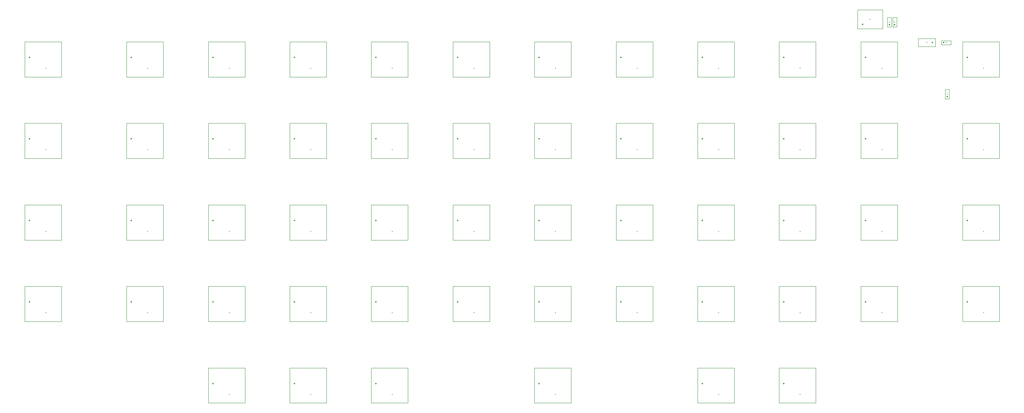
<source format=gbr>
%TF.GenerationSoftware,KiCad,Pcbnew,9.0.6*%
%TF.CreationDate,2026-01-13T21:59:34-05:00*%
%TF.ProjectId,60_keyboard,36305f6b-6579-4626-9f61-72642e6b6963,rev?*%
%TF.SameCoordinates,Original*%
%TF.FileFunction,Component,L1,Top*%
%TF.FilePolarity,Positive*%
%FSLAX46Y46*%
G04 Gerber Fmt 4.6, Leading zero omitted, Abs format (unit mm)*
G04 Created by KiCad (PCBNEW 9.0.6) date 2026-01-13 21:59:34*
%MOMM*%
%LPD*%
G01*
G04 APERTURE LIST*
%TA.AperFunction,ComponentMain*%
%ADD10C,0.300000*%
%TD*%
%TA.AperFunction,ComponentOutline,Footprint*%
%ADD11C,0.100000*%
%TD*%
%TA.AperFunction,ComponentPin*%
%ADD12P,0.360000X4X0.000000*%
%TD*%
%TA.AperFunction,ComponentPin*%
%ADD13C,0.100000*%
%TD*%
%TA.AperFunction,ComponentOutline,Courtyard*%
%ADD14C,0.100000*%
%TD*%
G04 APERTURE END LIST*
D10*
%TO.C,SW103*%
%TO.CFtp,CherryMX_1.00u*%
%TO.CVal,SW_MX*%
%TO.CLbN,Keyboard*%
%TO.CMnt,TH*%
%TO.CRot,0*%
X224000000Y-62500000D03*
D11*
X219090000Y-56320000D02*
X219090000Y-64500000D01*
X227640000Y-64500000D01*
X227640000Y-56320000D01*
X219090000Y-56320000D01*
D12*
%TO.P,SW103,1,1*%
X220190000Y-59960000D03*
D13*
%TO.P,SW103,*%
X224000000Y-62500000D03*
%TO.P,SW103,2,2*%
X226540000Y-57420000D03*
%TD*%
D10*
%TO.C,SW79*%
%TO.CFtp,CherryMX_1.00u*%
%TO.CVal,SW_MX*%
%TO.CLbN,Keyboard*%
%TO.CMnt,TH*%
%TO.CRot,0*%
X129000000Y-43500000D03*
D11*
X124090000Y-37320000D02*
X124090000Y-45500000D01*
X132640000Y-45500000D01*
X132640000Y-37320000D01*
X124090000Y-37320000D01*
D12*
%TO.P,SW79,1,1*%
X125190000Y-40960000D03*
D13*
%TO.P,SW79,*%
X129000000Y-43500000D03*
%TO.P,SW79,2,2*%
X131540000Y-38420000D03*
%TD*%
D10*
%TO.C,SW82*%
%TO.CFtp,CherryMX_1.00u*%
%TO.CVal,SW_MX*%
%TO.CLbN,Keyboard*%
%TO.CMnt,TH*%
%TO.CRot,0*%
X148000000Y-24500000D03*
D11*
X143090000Y-18320000D02*
X143090000Y-26500000D01*
X151640000Y-26500000D01*
X151640000Y-18320000D01*
X143090000Y-18320000D01*
D12*
%TO.P,SW82,1,1*%
X144190000Y-21960000D03*
D13*
%TO.P,SW82,*%
X148000000Y-24500000D03*
%TO.P,SW82,2,2*%
X150540000Y-19420000D03*
%TD*%
D10*
%TO.C,SW68*%
%TO.CFtp,CherryMX_1.00u*%
%TO.CVal,SW_MX*%
%TO.CLbN,Keyboard*%
%TO.CMnt,TH*%
%TO.CRot,0*%
X91000000Y-24500000D03*
D11*
X86090000Y-18320000D02*
X86090000Y-26500000D01*
X94640000Y-26500000D01*
X94640000Y-18320000D01*
X86090000Y-18320000D01*
D12*
%TO.P,SW68,1,1*%
X87190000Y-21960000D03*
D13*
%TO.P,SW68,*%
X91000000Y-24500000D03*
%TO.P,SW68,2,2*%
X93540000Y-19420000D03*
%TD*%
D10*
%TO.C,SW85*%
%TO.CFtp,CherryMX_1.00u*%
%TO.CVal,SW_MX*%
%TO.CLbN,Keyboard*%
%TO.CMnt,TH*%
%TO.CRot,0*%
X148000000Y-81500000D03*
D11*
X143090000Y-75320000D02*
X143090000Y-83500000D01*
X151640000Y-83500000D01*
X151640000Y-75320000D01*
X143090000Y-75320000D01*
D12*
%TO.P,SW85,1,1*%
X144190000Y-78960000D03*
D13*
%TO.P,SW85,*%
X148000000Y-81500000D03*
%TO.P,SW85,2,2*%
X150540000Y-76420000D03*
%TD*%
D10*
%TO.C,SW91*%
%TO.CFtp,CherryMX_1.00u*%
%TO.CVal,SW_MX*%
%TO.CLbN,Keyboard*%
%TO.CMnt,TH*%
%TO.CRot,0*%
X186000000Y-24500000D03*
D11*
X181090000Y-18320000D02*
X181090000Y-26500000D01*
X189640000Y-26500000D01*
X189640000Y-18320000D01*
X181090000Y-18320000D01*
D12*
%TO.P,SW91,1,1*%
X182190000Y-21960000D03*
D13*
%TO.P,SW91,*%
X186000000Y-24500000D03*
%TO.P,SW91,2,2*%
X188540000Y-19420000D03*
%TD*%
D10*
%TO.C,R6*%
%TO.CFtp,R_0402_1005Metric_Pad0.72x0.64mm_HandSolder*%
%TO.CVal,10k*%
%TO.CLbN,Resistor_SMD*%
%TO.CMnt,SMD*%
%TO.CRot,90*%
X227000000Y-13750000D03*
D14*
X227465000Y-12645000D02*
X227465000Y-14855000D01*
X226535000Y-14855000D01*
X226535000Y-12645000D01*
X227465000Y-12645000D01*
D12*
%TO.P,R6,1*%
X227000000Y-14347500D03*
D13*
%TO.P,R6,2*%
X227000000Y-13152500D03*
%TD*%
D10*
%TO.C,SW59*%
%TO.CFtp,CherryMX_1.00u*%
%TO.CVal,SW_MX*%
%TO.CLbN,Keyboard*%
%TO.CMnt,TH*%
%TO.CRot,0*%
X53000000Y-24500000D03*
D11*
X48090000Y-18320000D02*
X48090000Y-26500000D01*
X56640000Y-26500000D01*
X56640000Y-18320000D01*
X48090000Y-18320000D01*
D12*
%TO.P,SW59,1,1*%
X49190000Y-21960000D03*
D13*
%TO.P,SW59,*%
X53000000Y-24500000D03*
%TO.P,SW59,2,2*%
X55540000Y-19420000D03*
%TD*%
D10*
%TO.C,SW86*%
%TO.CFtp,CherryMX_3.00u*%
%TO.CVal,SW_MX*%
%TO.CLbN,Keyboard*%
%TO.CMnt,TH*%
%TO.CRot,0*%
X148000000Y-100500000D03*
D11*
X143090000Y-94320000D02*
X143090000Y-102500000D01*
X151640000Y-102500000D01*
X151640000Y-94320000D01*
X143090000Y-94320000D01*
D12*
%TO.P,SW86,1,1*%
X144190000Y-97960000D03*
D13*
%TO.P,SW86,*%
X148000000Y-100500000D03*
%TO.P,SW86,2,2*%
X150540000Y-95420000D03*
%TD*%
D10*
%TO.C,SW76*%
%TO.CFtp,CherryMX_1.00u*%
%TO.CVal,SW_MX*%
%TO.CLbN,Keyboard*%
%TO.CMnt,TH*%
%TO.CRot,0*%
X110000000Y-81500000D03*
D11*
X105090000Y-75320000D02*
X105090000Y-83500000D01*
X113640000Y-83500000D01*
X113640000Y-75320000D01*
X105090000Y-75320000D01*
D12*
%TO.P,SW76,1,1*%
X106190000Y-78960000D03*
D13*
%TO.P,SW76,*%
X110000000Y-81500000D03*
%TO.P,SW76,2,2*%
X112540000Y-76420000D03*
%TD*%
D10*
%TO.C,SW97*%
%TO.CFtp,CherryMX_1.00u*%
%TO.CVal,SW_MX*%
%TO.CLbN,Keyboard*%
%TO.CMnt,TH*%
%TO.CRot,0*%
X205000000Y-43500000D03*
D11*
X200090000Y-37320000D02*
X200090000Y-45500000D01*
X208640000Y-45500000D01*
X208640000Y-37320000D01*
X200090000Y-37320000D01*
D12*
%TO.P,SW97,1,1*%
X201190000Y-40960000D03*
D13*
%TO.P,SW97,*%
X205000000Y-43500000D03*
%TO.P,SW97,2,2*%
X207540000Y-38420000D03*
%TD*%
D10*
%TO.C,SW99*%
%TO.CFtp,CherryMX_1.00u*%
%TO.CVal,SW_MX*%
%TO.CLbN,Keyboard*%
%TO.CMnt,TH*%
%TO.CRot,0*%
X205000000Y-81500000D03*
D11*
X200090000Y-75320000D02*
X200090000Y-83500000D01*
X208640000Y-83500000D01*
X208640000Y-75320000D01*
X200090000Y-75320000D01*
D12*
%TO.P,SW99,1,1*%
X201190000Y-78960000D03*
D13*
%TO.P,SW99,*%
X205000000Y-81500000D03*
%TO.P,SW99,2,2*%
X207540000Y-76420000D03*
%TD*%
D10*
%TO.C,SW106*%
%TO.CFtp,CherryMX_1.50u*%
%TO.CVal,SW_MX*%
%TO.CLbN,Keyboard*%
%TO.CMnt,TH*%
%TO.CRot,0*%
X247750000Y-43500000D03*
D11*
X242840000Y-37320000D02*
X242840000Y-45500000D01*
X251390000Y-45500000D01*
X251390000Y-37320000D01*
X242840000Y-37320000D01*
D12*
%TO.P,SW106,1,1*%
X243940000Y-40960000D03*
D13*
%TO.P,SW106,*%
X247750000Y-43500000D03*
%TO.P,SW106,2,2*%
X250290000Y-38420000D03*
%TD*%
D10*
%TO.C,SW58*%
%TO.CFtp,CherryMX_1.50u*%
%TO.CVal,SW_MX*%
%TO.CLbN,Keyboard*%
%TO.CMnt,TH*%
%TO.CRot,0*%
X29250000Y-81500000D03*
D11*
X24340000Y-75320000D02*
X24340000Y-83500000D01*
X32890000Y-83500000D01*
X32890000Y-75320000D01*
X24340000Y-75320000D01*
D12*
%TO.P,SW58,1,1*%
X25440000Y-78960000D03*
D13*
%TO.P,SW58,*%
X29250000Y-81500000D03*
%TO.P,SW58,2,2*%
X31790000Y-76420000D03*
%TD*%
D10*
%TO.C,SW83*%
%TO.CFtp,CherryMX_1.00u*%
%TO.CVal,SW_MX*%
%TO.CLbN,Keyboard*%
%TO.CMnt,TH*%
%TO.CRot,0*%
X148000000Y-43500000D03*
D11*
X143090000Y-37320000D02*
X143090000Y-45500000D01*
X151640000Y-45500000D01*
X151640000Y-37320000D01*
X143090000Y-37320000D01*
D12*
%TO.P,SW83,1,1*%
X144190000Y-40960000D03*
D13*
%TO.P,SW83,*%
X148000000Y-43500000D03*
%TO.P,SW83,2,2*%
X150540000Y-38420000D03*
%TD*%
D10*
%TO.C,SW100*%
%TO.CFtp,CherryMX_1.00u*%
%TO.CVal,SW_MX*%
%TO.CLbN,Keyboard*%
%TO.CMnt,TH*%
%TO.CRot,0*%
X205000000Y-100500000D03*
D11*
X200090000Y-94320000D02*
X200090000Y-102500000D01*
X208640000Y-102500000D01*
X208640000Y-94320000D01*
X200090000Y-94320000D01*
D12*
%TO.P,SW100,1,1*%
X201190000Y-97960000D03*
D13*
%TO.P,SW100,*%
X205000000Y-100500000D03*
%TO.P,SW100,2,2*%
X207540000Y-95420000D03*
%TD*%
D10*
%TO.C,SW55*%
%TO.CFtp,CherryMX_1.50u*%
%TO.CVal,SW_MX*%
%TO.CLbN,Keyboard*%
%TO.CMnt,TH*%
%TO.CRot,0*%
X29250000Y-24500000D03*
D11*
X24340000Y-18320000D02*
X24340000Y-26500000D01*
X32890000Y-26500000D01*
X32890000Y-18320000D01*
X24340000Y-18320000D01*
D12*
%TO.P,SW55,1,1*%
X25440000Y-21960000D03*
D13*
%TO.P,SW55,*%
X29250000Y-24500000D03*
%TO.P,SW55,2,2*%
X31790000Y-19420000D03*
%TD*%
D10*
%TO.C,SW107*%
%TO.CFtp,CherryMX_1.50u*%
%TO.CVal,SW_MX*%
%TO.CLbN,Keyboard*%
%TO.CMnt,TH*%
%TO.CRot,0*%
X247750000Y-62500000D03*
D11*
X242840000Y-56320000D02*
X242840000Y-64500000D01*
X251390000Y-64500000D01*
X251390000Y-56320000D01*
X242840000Y-56320000D01*
D12*
%TO.P,SW107,1,1*%
X243940000Y-59960000D03*
D13*
%TO.P,SW107,*%
X247750000Y-62500000D03*
%TO.P,SW107,2,2*%
X250290000Y-57420000D03*
%TD*%
D10*
%TO.C,D4*%
%TO.CFtp,D_SOD-323_HandSoldering*%
%TO.CVal,D_TVS*%
%TO.CLbN,Diode_SMD*%
%TO.CMnt,SMD*%
%TO.CRot,180*%
X234500000Y-18500000D03*
D14*
X236495000Y-17555000D02*
X236495000Y-19445000D01*
X232505000Y-19445000D01*
X232505000Y-17555000D01*
X236495000Y-17555000D01*
D12*
%TO.P,D4,1,A1*%
X235750000Y-18500000D03*
D13*
%TO.P,D4,2,A2*%
X233250000Y-18500000D03*
%TD*%
D10*
%TO.C,SW1*%
%TO.CFtp,Nidec_Copal_CAS-120A*%
%TO.CVal,SW_Nidec_CAS-120A1*%
%TO.CLbN,Button_Switch_SMD*%
%TO.CMnt,SMD*%
%TO.CRot,90*%
X221250000Y-13100000D03*
D14*
X224195000Y-10905000D02*
X224195000Y-15295000D01*
X218305000Y-15295000D01*
X218305000Y-10905000D01*
X224195000Y-10905000D01*
D12*
%TO.P,SW1,1,C*%
X219500000Y-14250000D03*
D13*
%TO.P,SW1,2,B*%
X221250000Y-11950000D03*
%TO.P,SW1,3,A*%
X223000000Y-14250000D03*
%TD*%
D10*
%TO.C,SW72*%
%TO.CFtp,CherryMX_1.00u*%
%TO.CVal,SW_MX*%
%TO.CLbN,Keyboard*%
%TO.CMnt,TH*%
%TO.CRot,0*%
X91000000Y-100500000D03*
D11*
X86090000Y-94320000D02*
X86090000Y-102500000D01*
X94640000Y-102500000D01*
X94640000Y-94320000D01*
X86090000Y-94320000D01*
D12*
%TO.P,SW72,1,1*%
X87190000Y-97960000D03*
D13*
%TO.P,SW72,*%
X91000000Y-100500000D03*
%TO.P,SW72,2,2*%
X93540000Y-95420000D03*
%TD*%
D10*
%TO.C,SW56*%
%TO.CFtp,CherryMX_1.50u*%
%TO.CVal,SW_MX*%
%TO.CLbN,Keyboard*%
%TO.CMnt,TH*%
%TO.CRot,0*%
X29250000Y-43500000D03*
D11*
X24340000Y-37320000D02*
X24340000Y-45500000D01*
X32890000Y-45500000D01*
X32890000Y-37320000D01*
X24340000Y-37320000D01*
D12*
%TO.P,SW56,1,1*%
X25440000Y-40960000D03*
D13*
%TO.P,SW56,*%
X29250000Y-43500000D03*
%TO.P,SW56,2,2*%
X31790000Y-38420000D03*
%TD*%
D10*
%TO.C,SW93*%
%TO.CFtp,CherryMX_1.00u*%
%TO.CVal,SW_MX*%
%TO.CLbN,Keyboard*%
%TO.CMnt,TH*%
%TO.CRot,0*%
X186000000Y-62540000D03*
D11*
X181090000Y-56360000D02*
X181090000Y-64540000D01*
X189640000Y-64540000D01*
X189640000Y-56360000D01*
X181090000Y-56360000D01*
D12*
%TO.P,SW93,1,1*%
X182190000Y-60000000D03*
D13*
%TO.P,SW93,*%
X186000000Y-62540000D03*
%TO.P,SW93,2,2*%
X188540000Y-57460000D03*
%TD*%
D10*
%TO.C,SW66*%
%TO.CFtp,CherryMX_1.00u*%
%TO.CVal,SW_MX*%
%TO.CLbN,Keyboard*%
%TO.CMnt,TH*%
%TO.CRot,0*%
X72000000Y-81500000D03*
D11*
X67090000Y-75320000D02*
X67090000Y-83500000D01*
X75640000Y-83500000D01*
X75640000Y-75320000D01*
X67090000Y-75320000D01*
D12*
%TO.P,SW66,1,1*%
X68190000Y-78960000D03*
D13*
%TO.P,SW66,*%
X72000000Y-81500000D03*
%TO.P,SW66,2,2*%
X74540000Y-76420000D03*
%TD*%
D10*
%TO.C,SW81*%
%TO.CFtp,CherryMX_1.00u*%
%TO.CVal,SW_MX*%
%TO.CLbN,Keyboard*%
%TO.CMnt,TH*%
%TO.CRot,0*%
X129000000Y-81500000D03*
D11*
X124090000Y-75320000D02*
X124090000Y-83500000D01*
X132640000Y-83500000D01*
X132640000Y-75320000D01*
X124090000Y-75320000D01*
D12*
%TO.P,SW81,1,1*%
X125190000Y-78960000D03*
D13*
%TO.P,SW81,*%
X129000000Y-81500000D03*
%TO.P,SW81,2,2*%
X131540000Y-76420000D03*
%TD*%
D10*
%TO.C,SW92*%
%TO.CFtp,CherryMX_1.00u*%
%TO.CVal,SW_MX*%
%TO.CLbN,Keyboard*%
%TO.CMnt,TH*%
%TO.CRot,0*%
X186000000Y-43500000D03*
D11*
X181090000Y-37320000D02*
X181090000Y-45500000D01*
X189640000Y-45500000D01*
X189640000Y-37320000D01*
X181090000Y-37320000D01*
D12*
%TO.P,SW92,1,1*%
X182190000Y-40960000D03*
D13*
%TO.P,SW92,*%
X186000000Y-43500000D03*
%TO.P,SW92,2,2*%
X188540000Y-38420000D03*
%TD*%
D10*
%TO.C,SW64*%
%TO.CFtp,CherryMX_1.00u*%
%TO.CVal,SW_MX*%
%TO.CLbN,Keyboard*%
%TO.CMnt,TH*%
%TO.CRot,0*%
X72000000Y-43500000D03*
D11*
X67090000Y-37320000D02*
X67090000Y-45500000D01*
X75640000Y-45500000D01*
X75640000Y-37320000D01*
X67090000Y-37320000D01*
D12*
%TO.P,SW64,1,1*%
X68190000Y-40960000D03*
D13*
%TO.P,SW64,*%
X72000000Y-43500000D03*
%TO.P,SW64,2,2*%
X74540000Y-38420000D03*
%TD*%
D10*
%TO.C,SW95*%
%TO.CFtp,CherryMX_1.00u*%
%TO.CVal,SW_MX*%
%TO.CLbN,Keyboard*%
%TO.CMnt,TH*%
%TO.CRot,0*%
X186000000Y-100500000D03*
D11*
X181090000Y-94320000D02*
X181090000Y-102500000D01*
X189640000Y-102500000D01*
X189640000Y-94320000D01*
X181090000Y-94320000D01*
D12*
%TO.P,SW95,1,1*%
X182190000Y-97960000D03*
D13*
%TO.P,SW95,*%
X186000000Y-100500000D03*
%TO.P,SW95,2,2*%
X188540000Y-95420000D03*
%TD*%
D10*
%TO.C,SW94*%
%TO.CFtp,CherryMX_1.00u*%
%TO.CVal,SW_MX*%
%TO.CLbN,Keyboard*%
%TO.CMnt,TH*%
%TO.CRot,0*%
X186000000Y-81500000D03*
D11*
X181090000Y-75320000D02*
X181090000Y-83500000D01*
X189640000Y-83500000D01*
X189640000Y-75320000D01*
X181090000Y-75320000D01*
D12*
%TO.P,SW94,1,1*%
X182190000Y-78960000D03*
D13*
%TO.P,SW94,*%
X186000000Y-81500000D03*
%TO.P,SW94,2,2*%
X188540000Y-76420000D03*
%TD*%
D10*
%TO.C,SW105*%
%TO.CFtp,CherryMX_1.50u*%
%TO.CVal,SW_MX*%
%TO.CLbN,Keyboard*%
%TO.CMnt,TH*%
%TO.CRot,0*%
X247750000Y-24500000D03*
D11*
X242840000Y-18320000D02*
X242840000Y-26500000D01*
X251390000Y-26500000D01*
X251390000Y-18320000D01*
X242840000Y-18320000D01*
D12*
%TO.P,SW105,1,1*%
X243940000Y-21960000D03*
D13*
%TO.P,SW105,*%
X247750000Y-24500000D03*
%TO.P,SW105,2,2*%
X250290000Y-19420000D03*
%TD*%
D10*
%TO.C,SW108*%
%TO.CFtp,CherryMX_1.50u*%
%TO.CVal,SW_MX*%
%TO.CLbN,Keyboard*%
%TO.CMnt,TH*%
%TO.CRot,0*%
X247750000Y-81500000D03*
D11*
X242840000Y-75320000D02*
X242840000Y-83500000D01*
X251390000Y-83500000D01*
X251390000Y-75320000D01*
X242840000Y-75320000D01*
D12*
%TO.P,SW108,1,1*%
X243940000Y-78960000D03*
D13*
%TO.P,SW108,*%
X247750000Y-81500000D03*
%TO.P,SW108,2,2*%
X250290000Y-76420000D03*
%TD*%
D10*
%TO.C,SW60*%
%TO.CFtp,CherryMX_1.00u*%
%TO.CVal,SW_MX*%
%TO.CLbN,Keyboard*%
%TO.CMnt,TH*%
%TO.CRot,0*%
X53000000Y-43500000D03*
D11*
X48090000Y-37320000D02*
X48090000Y-45500000D01*
X56640000Y-45500000D01*
X56640000Y-37320000D01*
X48090000Y-37320000D01*
D12*
%TO.P,SW60,1,1*%
X49190000Y-40960000D03*
D13*
%TO.P,SW60,*%
X53000000Y-43500000D03*
%TO.P,SW60,2,2*%
X55540000Y-38420000D03*
%TD*%
D10*
%TO.C,SW69*%
%TO.CFtp,CherryMX_1.00u*%
%TO.CVal,SW_MX*%
%TO.CLbN,Keyboard*%
%TO.CMnt,TH*%
%TO.CRot,0*%
X91000000Y-43500000D03*
D11*
X86090000Y-37320000D02*
X86090000Y-45500000D01*
X94640000Y-45500000D01*
X94640000Y-37320000D01*
X86090000Y-37320000D01*
D12*
%TO.P,SW69,1,1*%
X87190000Y-40960000D03*
D13*
%TO.P,SW69,*%
X91000000Y-43500000D03*
%TO.P,SW69,2,2*%
X93540000Y-38420000D03*
%TD*%
D10*
%TO.C,SW63*%
%TO.CFtp,CherryMX_1.00u*%
%TO.CVal,SW_MX*%
%TO.CLbN,Keyboard*%
%TO.CMnt,TH*%
%TO.CRot,0*%
X72000000Y-24500000D03*
D11*
X67090000Y-18320000D02*
X67090000Y-26500000D01*
X75640000Y-26500000D01*
X75640000Y-18320000D01*
X67090000Y-18320000D01*
D12*
%TO.P,SW63,1,1*%
X68190000Y-21960000D03*
D13*
%TO.P,SW63,*%
X72000000Y-24500000D03*
%TO.P,SW63,2,2*%
X74540000Y-19420000D03*
%TD*%
D10*
%TO.C,SW78*%
%TO.CFtp,CherryMX_1.00u*%
%TO.CVal,SW_MX*%
%TO.CLbN,Keyboard*%
%TO.CMnt,TH*%
%TO.CRot,0*%
X129000000Y-24500000D03*
D11*
X124090000Y-18320000D02*
X124090000Y-26500000D01*
X132640000Y-26500000D01*
X132640000Y-18320000D01*
X124090000Y-18320000D01*
D12*
%TO.P,SW78,1,1*%
X125190000Y-21960000D03*
D13*
%TO.P,SW78,*%
X129000000Y-24500000D03*
%TO.P,SW78,2,2*%
X131540000Y-19420000D03*
%TD*%
D10*
%TO.C,SW80*%
%TO.CFtp,CherryMX_1.00u*%
%TO.CVal,SW_MX*%
%TO.CLbN,Keyboard*%
%TO.CMnt,TH*%
%TO.CRot,0*%
X129000000Y-62500000D03*
D11*
X124090000Y-56320000D02*
X124090000Y-64500000D01*
X132640000Y-64500000D01*
X132640000Y-56320000D01*
X124090000Y-56320000D01*
D12*
%TO.P,SW80,1,1*%
X125190000Y-59960000D03*
D13*
%TO.P,SW80,*%
X129000000Y-62500000D03*
%TO.P,SW80,2,2*%
X131540000Y-57420000D03*
%TD*%
D10*
%TO.C,SW96*%
%TO.CFtp,CherryMX_1.00u*%
%TO.CVal,SW_MX*%
%TO.CLbN,Keyboard*%
%TO.CMnt,TH*%
%TO.CRot,0*%
X205000000Y-24500000D03*
D11*
X200090000Y-18320000D02*
X200090000Y-26500000D01*
X208640000Y-26500000D01*
X208640000Y-18320000D01*
X200090000Y-18320000D01*
D12*
%TO.P,SW96,1,1*%
X201190000Y-21960000D03*
D13*
%TO.P,SW96,*%
X205000000Y-24500000D03*
%TO.P,SW96,2,2*%
X207540000Y-19420000D03*
%TD*%
D10*
%TO.C,SW101*%
%TO.CFtp,CherryMX_1.00u*%
%TO.CVal,SW_MX*%
%TO.CLbN,Keyboard*%
%TO.CMnt,TH*%
%TO.CRot,0*%
X224000000Y-24500000D03*
D11*
X219090000Y-18320000D02*
X219090000Y-26500000D01*
X227640000Y-26500000D01*
X227640000Y-18320000D01*
X219090000Y-18320000D01*
D12*
%TO.P,SW101,1,1*%
X220190000Y-21960000D03*
D13*
%TO.P,SW101,*%
X224000000Y-24500000D03*
%TO.P,SW101,2,2*%
X226540000Y-19420000D03*
%TD*%
D10*
%TO.C,SW67*%
%TO.CFtp,CherryMX_1.00u*%
%TO.CVal,SW_MX*%
%TO.CLbN,Keyboard*%
%TO.CMnt,TH*%
%TO.CRot,0*%
X72000000Y-100500000D03*
D11*
X67090000Y-94320000D02*
X67090000Y-102500000D01*
X75640000Y-102500000D01*
X75640000Y-94320000D01*
X67090000Y-94320000D01*
D12*
%TO.P,SW67,1,1*%
X68190000Y-97960000D03*
D13*
%TO.P,SW67,*%
X72000000Y-100500000D03*
%TO.P,SW67,2,2*%
X74540000Y-95420000D03*
%TD*%
D10*
%TO.C,SW90*%
%TO.CFtp,CherryMX_1.00u*%
%TO.CVal,SW_MX*%
%TO.CLbN,Keyboard*%
%TO.CMnt,TH*%
%TO.CRot,0*%
X167000000Y-81500000D03*
D11*
X162090000Y-75320000D02*
X162090000Y-83500000D01*
X170640000Y-83500000D01*
X170640000Y-75320000D01*
X162090000Y-75320000D01*
D12*
%TO.P,SW90,1,1*%
X163190000Y-78960000D03*
D13*
%TO.P,SW90,*%
X167000000Y-81500000D03*
%TO.P,SW90,2,2*%
X169540000Y-76420000D03*
%TD*%
D10*
%TO.C,SW102*%
%TO.CFtp,CherryMX_1.00u*%
%TO.CVal,SW_MX*%
%TO.CLbN,Keyboard*%
%TO.CMnt,TH*%
%TO.CRot,0*%
X224000000Y-43500000D03*
D11*
X219090000Y-37320000D02*
X219090000Y-45500000D01*
X227640000Y-45500000D01*
X227640000Y-37320000D01*
X219090000Y-37320000D01*
D12*
%TO.P,SW102,1,1*%
X220190000Y-40960000D03*
D13*
%TO.P,SW102,*%
X224000000Y-43500000D03*
%TO.P,SW102,2,2*%
X226540000Y-38420000D03*
%TD*%
D10*
%TO.C,SW70*%
%TO.CFtp,CherryMX_1.00u*%
%TO.CVal,SW_MX*%
%TO.CLbN,Keyboard*%
%TO.CMnt,TH*%
%TO.CRot,0*%
X91000000Y-62500000D03*
D11*
X86090000Y-56320000D02*
X86090000Y-64500000D01*
X94640000Y-64500000D01*
X94640000Y-56320000D01*
X86090000Y-56320000D01*
D12*
%TO.P,SW70,1,1*%
X87190000Y-59960000D03*
D13*
%TO.P,SW70,*%
X91000000Y-62500000D03*
%TO.P,SW70,2,2*%
X93540000Y-57420000D03*
%TD*%
D10*
%TO.C,R1*%
%TO.CFtp,R_0402_1005Metric_Pad0.72x0.64mm_HandSolder*%
%TO.CVal,5.1K*%
%TO.CLbN,Resistor_SMD*%
%TO.CMnt,SMD*%
%TO.CRot,0*%
X239000000Y-18500000D03*
D14*
X240105000Y-18035000D02*
X240105000Y-18965000D01*
X237895000Y-18965000D01*
X237895000Y-18035000D01*
X240105000Y-18035000D01*
D12*
%TO.P,R1,1*%
X238402500Y-18500000D03*
D13*
%TO.P,R1,2*%
X239597500Y-18500000D03*
%TD*%
D10*
%TO.C,SW65*%
%TO.CFtp,CherryMX_1.00u*%
%TO.CVal,SW_MX*%
%TO.CLbN,Keyboard*%
%TO.CMnt,TH*%
%TO.CRot,0*%
X72000000Y-62500000D03*
D11*
X67090000Y-56320000D02*
X67090000Y-64500000D01*
X75640000Y-64500000D01*
X75640000Y-56320000D01*
X67090000Y-56320000D01*
D12*
%TO.P,SW65,1,1*%
X68190000Y-59960000D03*
D13*
%TO.P,SW65,*%
X72000000Y-62500000D03*
%TO.P,SW65,2,2*%
X74540000Y-57420000D03*
%TD*%
D10*
%TO.C,SW77*%
%TO.CFtp,CherryMX_1.00u*%
%TO.CVal,SW_MX*%
%TO.CLbN,Keyboard*%
%TO.CMnt,TH*%
%TO.CRot,0*%
X110000000Y-100500000D03*
D11*
X105090000Y-94320000D02*
X105090000Y-102500000D01*
X113640000Y-102500000D01*
X113640000Y-94320000D01*
X105090000Y-94320000D01*
D12*
%TO.P,SW77,1,1*%
X106190000Y-97960000D03*
D13*
%TO.P,SW77,*%
X110000000Y-100500000D03*
%TO.P,SW77,2,2*%
X112540000Y-95420000D03*
%TD*%
D10*
%TO.C,SW98*%
%TO.CFtp,CherryMX_1.00u*%
%TO.CVal,SW_MX*%
%TO.CLbN,Keyboard*%
%TO.CMnt,TH*%
%TO.CRot,0*%
X205000000Y-62500000D03*
D11*
X200090000Y-56320000D02*
X200090000Y-64500000D01*
X208640000Y-64500000D01*
X208640000Y-56320000D01*
X200090000Y-56320000D01*
D12*
%TO.P,SW98,1,1*%
X201190000Y-59960000D03*
D13*
%TO.P,SW98,*%
X205000000Y-62500000D03*
%TO.P,SW98,2,2*%
X207540000Y-57420000D03*
%TD*%
D10*
%TO.C,R5*%
%TO.CFtp,R_0402_1005Metric_Pad0.72x0.64mm_HandSolder*%
%TO.CVal,10k*%
%TO.CLbN,Resistor_SMD*%
%TO.CMnt,SMD*%
%TO.CRot,90*%
X225750000Y-13750000D03*
D14*
X226215000Y-12645000D02*
X226215000Y-14855000D01*
X225285000Y-14855000D01*
X225285000Y-12645000D01*
X226215000Y-12645000D01*
D12*
%TO.P,R5,1*%
X225750000Y-14347500D03*
D13*
%TO.P,R5,2*%
X225750000Y-13152500D03*
%TD*%
D10*
%TO.C,SW89*%
%TO.CFtp,CherryMX_1.00u*%
%TO.CVal,SW_MX*%
%TO.CLbN,Keyboard*%
%TO.CMnt,TH*%
%TO.CRot,0*%
X167000000Y-62500000D03*
D11*
X162090000Y-56320000D02*
X162090000Y-64500000D01*
X170640000Y-64500000D01*
X170640000Y-56320000D01*
X162090000Y-56320000D01*
D12*
%TO.P,SW89,1,1*%
X163190000Y-59960000D03*
D13*
%TO.P,SW89,*%
X167000000Y-62500000D03*
%TO.P,SW89,2,2*%
X169540000Y-57420000D03*
%TD*%
D10*
%TO.C,SW61*%
%TO.CFtp,CherryMX_1.00u*%
%TO.CVal,SW_MX*%
%TO.CLbN,Keyboard*%
%TO.CMnt,TH*%
%TO.CRot,0*%
X53000000Y-62500000D03*
D11*
X48090000Y-56320000D02*
X48090000Y-64500000D01*
X56640000Y-64500000D01*
X56640000Y-56320000D01*
X48090000Y-56320000D01*
D12*
%TO.P,SW61,1,1*%
X49190000Y-59960000D03*
D13*
%TO.P,SW61,*%
X53000000Y-62500000D03*
%TO.P,SW61,2,2*%
X55540000Y-57420000D03*
%TD*%
D10*
%TO.C,SW74*%
%TO.CFtp,CherryMX_1.00u*%
%TO.CVal,SW_MX*%
%TO.CLbN,Keyboard*%
%TO.CMnt,TH*%
%TO.CRot,0*%
X110000000Y-43500000D03*
D11*
X105090000Y-37320000D02*
X105090000Y-45500000D01*
X113640000Y-45500000D01*
X113640000Y-37320000D01*
X105090000Y-37320000D01*
D12*
%TO.P,SW74,1,1*%
X106190000Y-40960000D03*
D13*
%TO.P,SW74,*%
X110000000Y-43500000D03*
%TO.P,SW74,2,2*%
X112540000Y-38420000D03*
%TD*%
D10*
%TO.C,SW57*%
%TO.CFtp,CherryMX_1.50u*%
%TO.CVal,SW_MX*%
%TO.CLbN,Keyboard*%
%TO.CMnt,TH*%
%TO.CRot,0*%
X29250000Y-62500000D03*
D11*
X24340000Y-56320000D02*
X24340000Y-64500000D01*
X32890000Y-64500000D01*
X32890000Y-56320000D01*
X24340000Y-56320000D01*
D12*
%TO.P,SW57,1,1*%
X25440000Y-59960000D03*
D13*
%TO.P,SW57,*%
X29250000Y-62500000D03*
%TO.P,SW57,2,2*%
X31790000Y-57420000D03*
%TD*%
D10*
%TO.C,SW84*%
%TO.CFtp,CherryMX_1.00u*%
%TO.CVal,SW_MX*%
%TO.CLbN,Keyboard*%
%TO.CMnt,TH*%
%TO.CRot,0*%
X148000000Y-62500000D03*
D11*
X143090000Y-56320000D02*
X143090000Y-64500000D01*
X151640000Y-64500000D01*
X151640000Y-56320000D01*
X143090000Y-56320000D01*
D12*
%TO.P,SW84,1,1*%
X144190000Y-59960000D03*
D13*
%TO.P,SW84,*%
X148000000Y-62500000D03*
%TO.P,SW84,2,2*%
X150540000Y-57420000D03*
%TD*%
D10*
%TO.C,SW73*%
%TO.CFtp,CherryMX_1.00u*%
%TO.CVal,SW_MX*%
%TO.CLbN,Keyboard*%
%TO.CMnt,TH*%
%TO.CRot,0*%
X110000000Y-24500000D03*
D11*
X105090000Y-18320000D02*
X105090000Y-26500000D01*
X113640000Y-26500000D01*
X113640000Y-18320000D01*
X105090000Y-18320000D01*
D12*
%TO.P,SW73,1,1*%
X106190000Y-21960000D03*
D13*
%TO.P,SW73,*%
X110000000Y-24500000D03*
%TO.P,SW73,2,2*%
X112540000Y-19420000D03*
%TD*%
D10*
%TO.C,SW104*%
%TO.CFtp,CherryMX_1.00u*%
%TO.CVal,SW_MX*%
%TO.CLbN,Keyboard*%
%TO.CMnt,TH*%
%TO.CRot,0*%
X224000000Y-81500000D03*
D11*
X219090000Y-75320000D02*
X219090000Y-83500000D01*
X227640000Y-83500000D01*
X227640000Y-75320000D01*
X219090000Y-75320000D01*
D12*
%TO.P,SW104,1,1*%
X220190000Y-78960000D03*
D13*
%TO.P,SW104,*%
X224000000Y-81500000D03*
%TO.P,SW104,2,2*%
X226540000Y-76420000D03*
%TD*%
D10*
%TO.C,SW87*%
%TO.CFtp,CherryMX_1.00u*%
%TO.CVal,SW_MX*%
%TO.CLbN,Keyboard*%
%TO.CMnt,TH*%
%TO.CRot,0*%
X167000000Y-24500000D03*
D11*
X162090000Y-18320000D02*
X162090000Y-26500000D01*
X170640000Y-26500000D01*
X170640000Y-18320000D01*
X162090000Y-18320000D01*
D12*
%TO.P,SW87,1,1*%
X163190000Y-21960000D03*
D13*
%TO.P,SW87,*%
X167000000Y-24500000D03*
%TO.P,SW87,2,2*%
X169540000Y-19420000D03*
%TD*%
D10*
%TO.C,SW62*%
%TO.CFtp,CherryMX_1.00u*%
%TO.CVal,SW_MX*%
%TO.CLbN,Keyboard*%
%TO.CMnt,TH*%
%TO.CRot,0*%
X53000000Y-81500000D03*
D11*
X48090000Y-75320000D02*
X48090000Y-83500000D01*
X56640000Y-83500000D01*
X56640000Y-75320000D01*
X48090000Y-75320000D01*
D12*
%TO.P,SW62,1,1*%
X49190000Y-78960000D03*
D13*
%TO.P,SW62,*%
X53000000Y-81500000D03*
%TO.P,SW62,2,2*%
X55540000Y-76420000D03*
%TD*%
D10*
%TO.C,R4*%
%TO.CFtp,R_0402_1005Metric_Pad0.72x0.64mm_HandSolder*%
%TO.CVal,10k*%
%TO.CLbN,Resistor_SMD*%
%TO.CMnt,SMD*%
%TO.CRot,90*%
X239250000Y-30500000D03*
D14*
X239715000Y-29395000D02*
X239715000Y-31605000D01*
X238785000Y-31605000D01*
X238785000Y-29395000D01*
X239715000Y-29395000D01*
D12*
%TO.P,R4,1*%
X239250000Y-31097500D03*
D13*
%TO.P,R4,2*%
X239250000Y-29902500D03*
%TD*%
D10*
%TO.C,SW88*%
%TO.CFtp,CherryMX_1.00u*%
%TO.CVal,SW_MX*%
%TO.CLbN,Keyboard*%
%TO.CMnt,TH*%
%TO.CRot,0*%
X167000000Y-43500000D03*
D11*
X162090000Y-37320000D02*
X162090000Y-45500000D01*
X170640000Y-45500000D01*
X170640000Y-37320000D01*
X162090000Y-37320000D01*
D12*
%TO.P,SW88,1,1*%
X163190000Y-40960000D03*
D13*
%TO.P,SW88,*%
X167000000Y-43500000D03*
%TO.P,SW88,2,2*%
X169540000Y-38420000D03*
%TD*%
D10*
%TO.C,SW75*%
%TO.CFtp,CherryMX_1.00u*%
%TO.CVal,SW_MX*%
%TO.CLbN,Keyboard*%
%TO.CMnt,TH*%
%TO.CRot,0*%
X110000000Y-62500000D03*
D11*
X105090000Y-56320000D02*
X105090000Y-64500000D01*
X113640000Y-64500000D01*
X113640000Y-56320000D01*
X105090000Y-56320000D01*
D12*
%TO.P,SW75,1,1*%
X106190000Y-59960000D03*
D13*
%TO.P,SW75,*%
X110000000Y-62500000D03*
%TO.P,SW75,2,2*%
X112540000Y-57420000D03*
%TD*%
D10*
%TO.C,SW71*%
%TO.CFtp,CherryMX_1.00u*%
%TO.CVal,SW_MX*%
%TO.CLbN,Keyboard*%
%TO.CMnt,TH*%
%TO.CRot,0*%
X91000000Y-81500000D03*
D11*
X86090000Y-75320000D02*
X86090000Y-83500000D01*
X94640000Y-83500000D01*
X94640000Y-75320000D01*
X86090000Y-75320000D01*
D12*
%TO.P,SW71,1,1*%
X87190000Y-78960000D03*
D13*
%TO.P,SW71,*%
X91000000Y-81500000D03*
%TO.P,SW71,2,2*%
X93540000Y-76420000D03*
%TD*%
M02*

</source>
